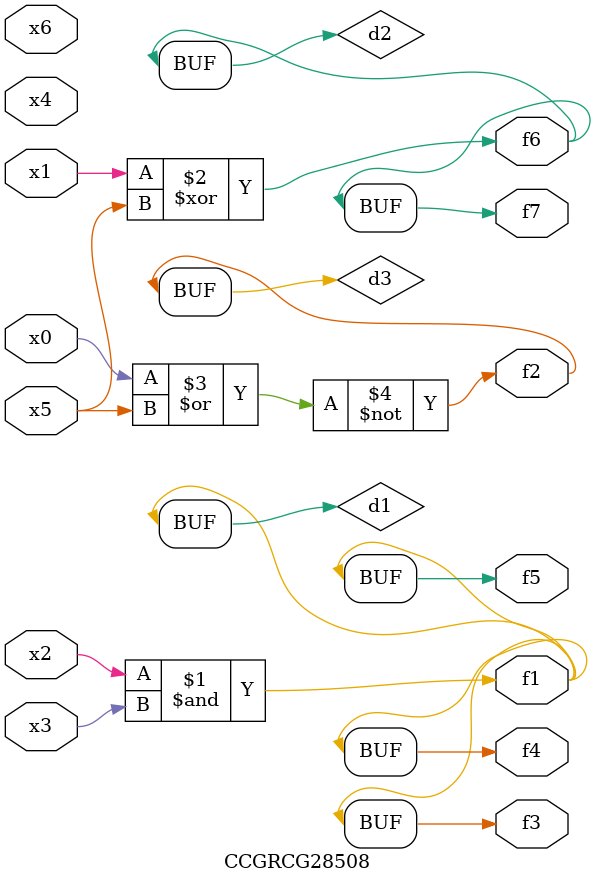
<source format=v>
module CCGRCG28508(
	input x0, x1, x2, x3, x4, x5, x6,
	output f1, f2, f3, f4, f5, f6, f7
);

	wire d1, d2, d3;

	and (d1, x2, x3);
	xor (d2, x1, x5);
	nor (d3, x0, x5);
	assign f1 = d1;
	assign f2 = d3;
	assign f3 = d1;
	assign f4 = d1;
	assign f5 = d1;
	assign f6 = d2;
	assign f7 = d2;
endmodule

</source>
